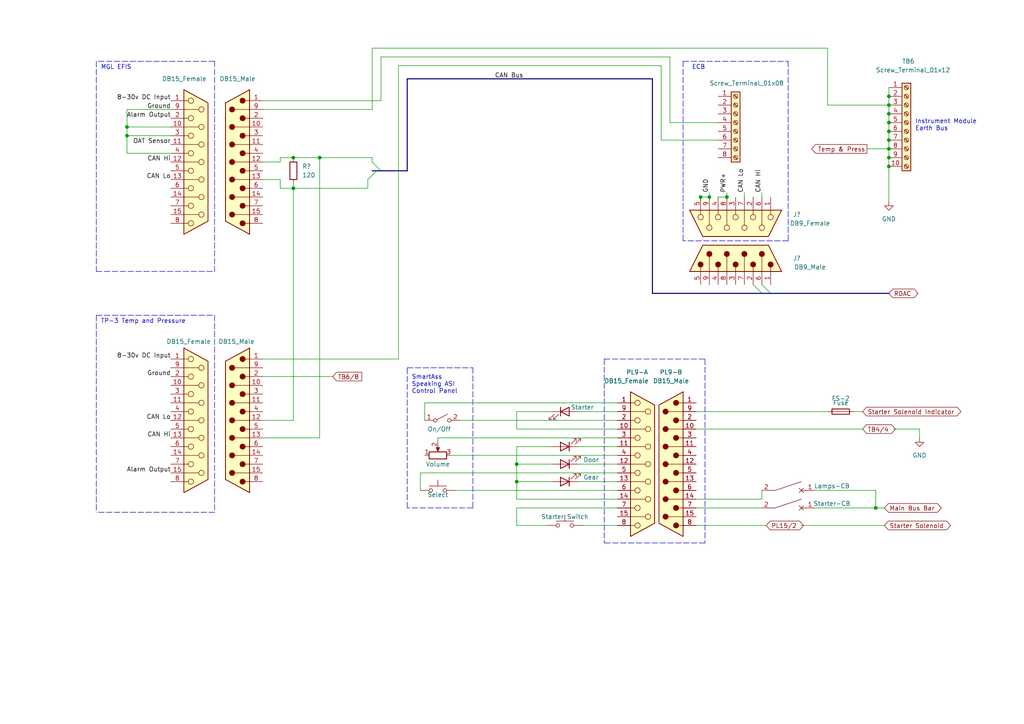
<source format=kicad_sch>
(kicad_sch (version 20211123) (generator eeschema)
  (paper "A4")
  (title_block (title "Main Instrument Panel") (date "2022-12-22") (rev "1"))
  (lib_symbols
    (symbol "Connector:DB15_Female" (pin_names (offset 1.016) hide)
      (property "Reference" "J" (at 0.508 21.59 0))
      (property "Value" "DB15_Female" (at 0 -22.225 0))
      (symbol "DB15_Female_0_1"
        (circle (center -1.778 -17.78) (radius 0.762))
        (circle (center -1.778 -12.7) (radius 0.762))
        (circle (center -1.778 -7.62) (radius 0.762))
        (circle (center -1.778 -2.54) (radius 0.762))
        (circle (center -1.778 2.54) (radius 0.762))
        (circle (center -1.778 7.62) (radius 0.762))
        (circle (center -1.778 12.7) (radius 0.762))
        (circle (center -1.778 17.78) (radius 0.762))
        (polyline (pts (xy -3.81 -17.78) (xy -2.54 -17.78)))
        (polyline (pts (xy -3.81 -15.24) (xy 0.508 -15.24)))
        (polyline (pts (xy -3.81 -12.7) (xy -2.54 -12.7)))
        (polyline (pts (xy -3.81 -10.16) (xy 0.508 -10.16)))
        (polyline (pts (xy -3.81 -7.62) (xy -2.54 -7.62)))
        (polyline (pts (xy -3.81 -5.08) (xy 0.508 -5.08)))
        (polyline (pts (xy -3.81 -2.54) (xy -2.54 -2.54)))
        (polyline (pts (xy -3.81 0) (xy 0.508 0)))
        (polyline (pts (xy -3.81 2.54) (xy -2.54 2.54)))
        (polyline (pts (xy -3.81 5.08) (xy 0.508 5.08)))
        (polyline (pts (xy -3.81 7.62) (xy -2.54 7.62)))
        (polyline (pts (xy -3.81 10.16) (xy 0.508 10.16)))
        (polyline (pts (xy -3.81 12.7) (xy -2.54 12.7)))
        (polyline (pts (xy -3.81 15.24) (xy 0.508 15.24)))
        (polyline (pts (xy -3.81 17.78) (xy -2.54 17.78)))
        (polyline (pts (xy -3.81 20.955) (xy 3.175 17.145) (xy 3.175 -17.145) (xy -3.81 -20.955) (xy -3.81 20.955)) (stroke (width 0.254)) (fill (type background)))
        (circle (center 1.27 -15.24) (radius 0.762))
        (circle (center 1.27 -10.16) (radius 0.762))
        (circle (center 1.27 -5.08) (radius 0.762))
        (circle (center 1.27 0) (radius 0.762))
        (circle (center 1.27 5.08) (radius 0.762))
        (circle (center 1.27 10.16) (radius 0.762))
        (circle (center 1.27 15.24) (radius 0.762))
      )
      (symbol "DB15_Female_1_1"
        (pin passive line (at -7.62 17.78 0) (length 3.81) (name "1") (number "1"))
        (pin passive line (at -7.62 10.16 0) (length 3.81) (name "P10") (number "10"))
        (pin passive line (at -7.62 5.08 0) (length 3.81) (name "P111") (number "11"))
        (pin passive line (at -7.62 0 0) (length 3.81) (name "P12") (number "12"))
        (pin passive line (at -7.62 -5.08 0) (length 3.81) (name "P13") (number "13"))
        (pin passive line (at -7.62 -10.16 0) (length 3.81) (name "P14") (number "14"))
        (pin passive line (at -7.62 -15.24 0) (length 3.81) (name "P15") (number "15"))
        (pin passive line (at -7.62 12.7 0) (length 3.81) (name "2") (number "2"))
        (pin passive line (at -7.62 7.62 0) (length 3.81) (name "3") (number "3"))
        (pin passive line (at -7.62 2.54 0) (length 3.81) (name "4") (number "4"))
        (pin passive line (at -7.62 -2.54 0) (length 3.81) (name "5") (number "5"))
        (pin passive line (at -7.62 -7.62 0) (length 3.81) (name "6") (number "6"))
        (pin passive line (at -7.62 -12.7 0) (length 3.81) (name "7") (number "7"))
        (pin passive line (at -7.62 -17.78 0) (length 3.81) (name "8") (number "8"))
        (pin passive line (at -7.62 15.24 0) (length 3.81) (name "P9") (number "9"))
      )
    )
    (symbol "Connector:DB15_Male" (pin_names (offset 1.016) hide)
      (property "Reference" "J" (at 0.508 21.59 0))
      (property "Value" "DB15_Male" (at 0 -22.225 0))
      (symbol "DB15_Male_0_1"
        (circle (center -1.778 -17.78) (radius 0.762) (fill (type outline)))
        (circle (center -1.778 -12.7) (radius 0.762) (fill (type outline)))
        (circle (center -1.778 -7.62) (radius 0.762) (fill (type outline)))
        (circle (center -1.778 -2.54) (radius 0.762) (fill (type outline)))
        (circle (center -1.778 2.54) (radius 0.762) (fill (type outline)))
        (circle (center -1.778 7.62) (radius 0.762) (fill (type outline)))
        (circle (center -1.778 12.7) (radius 0.762) (fill (type outline)))
        (circle (center -1.778 17.78) (radius 0.762) (fill (type outline)))
        (polyline (pts (xy -3.81 -17.78) (xy -2.54 -17.78)))
        (polyline (pts (xy -3.81 -15.24) (xy 0.508 -15.24)))
        (polyline (pts (xy -3.81 -12.7) (xy -2.54 -12.7)))
        (polyline (pts (xy -3.81 -10.16) (xy 0.508 -10.16)))
        (polyline (pts (xy -3.81 -7.62) (xy -2.54 -7.62)))
        (polyline (pts (xy -3.81 -5.08) (xy 0.508 -5.08)))
        (polyline (pts (xy -3.81 -2.54) (xy -2.54 -2.54)))
        (polyline (pts (xy -3.81 0) (xy 0.508 0)))
        (polyline (pts (xy -3.81 2.54) (xy -2.54 2.54)))
        (polyline (pts (xy -3.81 5.08) (xy 0.508 5.08)))
        (polyline (pts (xy -3.81 7.62) (xy -2.54 7.62)))
        (polyline (pts (xy -3.81 10.16) (xy 0.508 10.16)))
        (polyline (pts (xy -3.81 12.7) (xy -2.54 12.7)))
        (polyline (pts (xy -3.81 15.24) (xy 0.508 15.24)))
        (polyline (pts (xy -3.81 17.78) (xy -2.54 17.78)))
        (polyline (pts (xy -3.81 -20.955) (xy 3.175 -17.145) (xy 3.175 17.145) (xy -3.81 20.955) (xy -3.81 -20.955)) (stroke (width 0.254)) (fill (type background)))
        (circle (center 1.27 -15.24) (radius 0.762) (fill (type outline)))
        (circle (center 1.27 -10.16) (radius 0.762) (fill (type outline)))
        (circle (center 1.27 -5.08) (radius 0.762) (fill (type outline)))
        (circle (center 1.27 0) (radius 0.762) (fill (type outline)))
        (circle (center 1.27 5.08) (radius 0.762) (fill (type outline)))
        (circle (center 1.27 10.16) (radius 0.762) (fill (type outline)))
        (circle (center 1.27 15.24) (radius 0.762) (fill (type outline)))
      )
      (symbol "DB15_Male_1_1"
        (pin passive line (at -7.62 -17.78 0) (length 3.81) (name "1") (number "1"))
        (pin passive line (at -7.62 -10.16 0) (length 3.81) (name "P10") (number "10"))
        (pin passive line (at -7.62 -5.08 0) (length 3.81) (name "P111") (number "11"))
        (pin passive line (at -7.62 0 0) (length 3.81) (name "P12") (number "12"))
        (pin passive line (at -7.62 5.08 0) (length 3.81) (name "P13") (number "13"))
        (pin passive line (at -7.62 10.16 0) (length 3.81) (name "P14") (number "14"))
        (pin passive line (at -7.62 15.24 0) (length 3.81) (name "P15") (number "15"))
        (pin passive line (at -7.62 -12.7 0) (length 3.81) (name "2") (number "2"))
        (pin passive line (at -7.62 -7.62 0) (length 3.81) (name "3") (number "3"))
        (pin passive line (at -7.62 -2.54 0) (length 3.81) (name "4") (number "4"))
        (pin passive line (at -7.62 2.54 0) (length 3.81) (name "5") (number "5"))
        (pin passive line (at -7.62 7.62 0) (length 3.81) (name "6") (number "6"))
        (pin passive line (at -7.62 12.7 0) (length 3.81) (name "7") (number "7"))
        (pin passive line (at -7.62 17.78 0) (length 3.81) (name "8") (number "8"))
        (pin passive line (at -7.62 -15.24 0) (length 3.81) (name "P9") (number "9"))
      )
    )
    (symbol "Connector:DB9_Female" (pin_names (offset 1.016) hide)
      (property "Reference" "J" (at 0 13.97 0))
      (property "Value" "DB9_Female" (at 0 -14.605 0))
      (symbol "DB9_Female_0_1"
        (circle (center -1.778 -10.16) (radius 0.762))
        (circle (center -1.778 -5.08) (radius 0.762))
        (circle (center -1.778 0) (radius 0.762))
        (circle (center -1.778 5.08) (radius 0.762))
        (circle (center -1.778 10.16) (radius 0.762))
        (polyline (pts (xy -3.81 -10.16) (xy -2.54 -10.16)))
        (polyline (pts (xy -3.81 -7.62) (xy 0.508 -7.62)))
        (polyline (pts (xy -3.81 -5.08) (xy -2.54 -5.08)))
        (polyline (pts (xy -3.81 -2.54) (xy 0.508 -2.54)))
        (polyline (pts (xy -3.81 0) (xy -2.54 0)))
        (polyline (pts (xy -3.81 2.54) (xy 0.508 2.54)))
        (polyline (pts (xy -3.81 5.08) (xy -2.54 5.08)))
        (polyline (pts (xy -3.81 7.62) (xy 0.508 7.62)))
        (polyline (pts (xy -3.81 10.16) (xy -2.54 10.16)))
        (polyline (pts (xy -3.81 13.335) (xy -3.81 -13.335) (xy 3.81 -9.525) (xy 3.81 9.525) (xy -3.81 13.335)) (stroke (width 0.254)) (fill (type background)))
        (circle (center 1.27 -7.62) (radius 0.762))
        (circle (center 1.27 -2.54) (radius 0.762))
        (circle (center 1.27 2.54) (radius 0.762))
        (circle (center 1.27 7.62) (radius 0.762))
      )
      (symbol "DB9_Female_1_1"
        (pin passive line (at -7.62 10.16 0) (length 3.81) (name "1") (number "1"))
        (pin passive line (at -7.62 5.08 0) (length 3.81) (name "2") (number "2"))
        (pin passive line (at -7.62 0 0) (length 3.81) (name "3") (number "3"))
        (pin passive line (at -7.62 -5.08 0) (length 3.81) (name "4") (number "4"))
        (pin passive line (at -7.62 -10.16 0) (length 3.81) (name "5") (number "5"))
        (pin passive line (at -7.62 7.62 0) (length 3.81) (name "6") (number "6"))
        (pin passive line (at -7.62 2.54 0) (length 3.81) (name "7") (number "7"))
        (pin passive line (at -7.62 -2.54 0) (length 3.81) (name "8") (number "8"))
        (pin passive line (at -7.62 -7.62 0) (length 3.81) (name "9") (number "9"))
      )
    )
    (symbol "Connector:DB9_Male" (pin_names (offset 1.016) hide)
      (property "Reference" "J" (at 0 13.97 0))
      (property "Value" "DB9_Male" (at 0 -14.605 0))
      (symbol "DB9_Male_0_1"
        (circle (center -1.778 -10.16) (radius 0.762) (fill (type outline)))
        (circle (center -1.778 -5.08) (radius 0.762) (fill (type outline)))
        (circle (center -1.778 0) (radius 0.762) (fill (type outline)))
        (circle (center -1.778 5.08) (radius 0.762) (fill (type outline)))
        (circle (center -1.778 10.16) (radius 0.762) (fill (type outline)))
        (polyline (pts (xy -3.81 -10.16) (xy -2.54 -10.16)))
        (polyline (pts (xy -3.81 -7.62) (xy 0.508 -7.62)))
        (polyline (pts (xy -3.81 -5.08) (xy -2.54 -5.08)))
        (polyline (pts (xy -3.81 -2.54) (xy 0.508 -2.54)))
        (polyline (pts (xy -3.81 0) (xy -2.54 0)))
        (polyline (pts (xy -3.81 2.54) (xy 0.508 2.54)))
        (polyline (pts (xy -3.81 5.08) (xy -2.54 5.08)))
        (polyline (pts (xy -3.81 7.62) (xy 0.508 7.62)))
        (polyline (pts (xy -3.81 10.16) (xy -2.54 10.16)))
        (polyline (pts (xy -3.81 -13.335) (xy -3.81 13.335) (xy 3.81 9.525) (xy 3.81 -9.525) (xy -3.81 -13.335)) (stroke (width 0.254)) (fill (type background)))
        (circle (center 1.27 -7.62) (radius 0.762) (fill (type outline)))
        (circle (center 1.27 -2.54) (radius 0.762) (fill (type outline)))
        (circle (center 1.27 2.54) (radius 0.762) (fill (type outline)))
        (circle (center 1.27 7.62) (radius 0.762) (fill (type outline)))
      )
      (symbol "DB9_Male_1_1"
        (pin passive line (at -7.62 -10.16 0) (length 3.81) (name "1") (number "1"))
        (pin passive line (at -7.62 -5.08 0) (length 3.81) (name "2") (number "2"))
        (pin passive line (at -7.62 0 0) (length 3.81) (name "3") (number "3"))
        (pin passive line (at -7.62 5.08 0) (length 3.81) (name "4") (number "4"))
        (pin passive line (at -7.62 10.16 0) (length 3.81) (name "5") (number "5"))
        (pin passive line (at -7.62 -7.62 0) (length 3.81) (name "6") (number "6"))
        (pin passive line (at -7.62 -2.54 0) (length 3.81) (name "7") (number "7"))
        (pin passive line (at -7.62 2.54 0) (length 3.81) (name "8") (number "8"))
        (pin passive line (at -7.62 7.62 0) (length 3.81) (name "9") (number "9"))
      )
    )
    (symbol "Connector:Screw_Terminal_01x08" (pin_names (offset 1.016) hide)
      (property "Reference" "J" (at 0 10.16 0))
      (property "Value" "Screw_Terminal_01x08" (at 0 -12.7 0))
      (symbol "Screw_Terminal_01x08_1_1"
        (rectangle (start -1.27 8.89) (end 1.27 -11.43) (stroke (width 0.254)) (fill (type background)))
        (circle (center 0 -10.16) (radius 0.635) (stroke (width 0.1524)))
        (circle (center 0 -7.62) (radius 0.635) (stroke (width 0.1524)))
        (circle (center 0 -5.08) (radius 0.635) (stroke (width 0.1524)))
        (circle (center 0 -2.54) (radius 0.635) (stroke (width 0.1524)))
        (polyline (pts (xy -0.5334 -9.8298) (xy 0.3302 -10.668)) (stroke (width 0.1524)))
        (polyline (pts (xy -0.5334 -7.2898) (xy 0.3302 -8.128)) (stroke (width 0.1524)))
        (polyline (pts (xy -0.5334 -4.7498) (xy 0.3302 -5.588)) (stroke (width 0.1524)))
        (polyline (pts (xy -0.5334 -2.2098) (xy 0.3302 -3.048)) (stroke (width 0.1524)))
        (polyline (pts (xy -0.5334 0.3302) (xy 0.3302 -0.508)) (stroke (width 0.1524)))
        (polyline (pts (xy -0.5334 2.8702) (xy 0.3302 2.032)) (stroke (width 0.1524)))
        (polyline (pts (xy -0.5334 5.4102) (xy 0.3302 4.572)) (stroke (width 0.1524)))
        (polyline (pts (xy -0.5334 7.9502) (xy 0.3302 7.112)) (stroke (width 0.1524)))
        (polyline (pts (xy -0.3556 -9.652) (xy 0.508 -10.4902)) (stroke (width 0.1524)))
        (polyline (pts (xy -0.3556 -7.112) (xy 0.508 -7.9502)) (stroke (width 0.1524)))
        (polyline (pts (xy -0.3556 -4.572) (xy 0.508 -5.4102)) (stroke (width 0.1524)))
        (polyline (pts (xy -0.3556 -2.032) (xy 0.508 -2.8702)) (stroke (width 0.1524)))
        (polyline (pts (xy -0.3556 0.508) (xy 0.508 -0.3302)) (stroke (width 0.1524)))
        (polyline (pts (xy -0.3556 3.048) (xy 0.508 2.2098)) (stroke (width 0.1524)))
        (polyline (pts (xy -0.3556 5.588) (xy 0.508 4.7498)) (stroke (width 0.1524)))
        (polyline (pts (xy -0.3556 8.128) (xy 0.508 7.2898)) (stroke (width 0.1524)))
        (circle (center 0 0) (radius 0.635) (stroke (width 0.1524)))
        (circle (center 0 2.54) (radius 0.635) (stroke (width 0.1524)))
        (circle (center 0 5.08) (radius 0.635) (stroke (width 0.1524)))
        (circle (center 0 7.62) (radius 0.635) (stroke (width 0.1524)))
        (pin passive line (at -5.08 7.62 0) (length 3.81) (name "Pin_1") (number "1"))
        (pin passive line (at -5.08 5.08 0) (length 3.81) (name "Pin_2") (number "2"))
        (pin passive line (at -5.08 2.54 0) (length 3.81) (name "Pin_3") (number "3"))
        (pin passive line (at -5.08 0 0) (length 3.81) (name "Pin_4") (number "4"))
        (pin passive line (at -5.08 -2.54 0) (length 3.81) (name "Pin_5") (number "5"))
        (pin passive line (at -5.08 -5.08 0) (length 3.81) (name "Pin_6") (number "6"))
        (pin passive line (at -5.08 -7.62 0) (length 3.81) (name "Pin_7") (number "7"))
        (pin passive line (at -5.08 -10.16 0) (length 3.81) (name "Pin_8") (number "8"))
      )
    )
    (symbol "Connector:Screw_Terminal_01x10" (pin_names (offset 1.016) hide)
      (property "Reference" "J" (at 0 12.7 0))
      (property "Value" "Screw_Terminal_01x10" (at 0 -15.24 0))
      (symbol "Screw_Terminal_01x10_1_1"
        (rectangle (start -1.27 11.43) (end 1.27 -13.97) (stroke (width 0.254)) (fill (type background)))
        (circle (center 0 -12.7) (radius 0.635) (stroke (width 0.1524)))
        (circle (center 0 -10.16) (radius 0.635) (stroke (width 0.1524)))
        (circle (center 0 -7.62) (radius 0.635) (stroke (width 0.1524)))
        (circle (center 0 -5.08) (radius 0.635) (stroke (width 0.1524)))
        (circle (center 0 -2.54) (radius 0.635) (stroke (width 0.1524)))
        (polyline (pts (xy -0.5334 -12.3698) (xy 0.3302 -13.208)) (stroke (width 0.1524)))
        (polyline (pts (xy -0.5334 -9.8298) (xy 0.3302 -10.668)) (stroke (width 0.1524)))
        (polyline (pts (xy -0.5334 -7.2898) (xy 0.3302 -8.128)) (stroke (width 0.1524)))
        (polyline (pts (xy -0.5334 -4.7498) (xy 0.3302 -5.588)) (stroke (width 0.1524)))
        (polyline (pts (xy -0.5334 -2.2098) (xy 0.3302 -3.048)) (stroke (width 0.1524)))
        (polyline (pts (xy -0.5334 0.3302) (xy 0.3302 -0.508)) (stroke (width 0.1524)))
        (polyline (pts (xy -0.5334 2.8702) (xy 0.3302 2.032)) (stroke (width 0.1524)))
        (polyline (pts (xy -0.5334 5.4102) (xy 0.3302 4.572)) (stroke (width 0.1524)))
        (polyline (pts (xy -0.5334 7.9502) (xy 0.3302 7.112)) (stroke (width 0.1524)))
        (polyline (pts (xy -0.5334 10.4902) (xy 0.3302 9.652)) (stroke (width 0.1524)))
        (polyline (pts (xy -0.3556 -12.192) (xy 0.508 -13.0302)) (stroke (width 0.1524)))
        (polyline (pts (xy -0.3556 -9.652) (xy 0.508 -10.4902)) (stroke (width 0.1524)))
        (polyline (pts (xy -0.3556 -7.112) (xy 0.508 -7.9502)) (stroke (width 0.1524)))
        (polyline (pts (xy -0.3556 -4.572) (xy 0.508 -5.4102)) (stroke (width 0.1524)))
        (polyline (pts (xy -0.3556 -2.032) (xy 0.508 -2.8702)) (stroke (width 0.1524)))
        (polyline (pts (xy -0.3556 0.508) (xy 0.508 -0.3302)) (stroke (width 0.1524)))
        (polyline (pts (xy -0.3556 3.048) (xy 0.508 2.2098)) (stroke (width 0.1524)))
        (polyline (pts (xy -0.3556 5.588) (xy 0.508 4.7498)) (stroke (width 0.1524)))
        (polyline (pts (xy -0.3556 8.128) (xy 0.508 7.2898)) (stroke (width 0.1524)))
        (polyline (pts (xy -0.3556 10.668) (xy 0.508 9.8298)) (stroke (width 0.1524)))
        (circle (center 0 0) (radius 0.635) (stroke (width 0.1524)))
        (circle (center 0 2.54) (radius 0.635) (stroke (width 0.1524)))
        (circle (center 0 5.08) (radius 0.635) (stroke (width 0.1524)))
        (circle (center 0 7.62) (radius 0.635) (stroke (width 0.1524)))
        (circle (center 0 10.16) (radius 0.635) (stroke (width 0.1524)))
        (pin passive line (at -5.08 10.16 0) (length 3.81) (name "Pin_1") (number "1"))
        (pin passive line (at -5.08 -12.7 0) (length 3.81) (name "Pin_10") (number "10"))
        (pin passive line (at -5.08 7.62 0) (length 3.81) (name "Pin_2") (number "2"))
        (pin passive line (at -5.08 5.08 0) (length 3.81) (name "Pin_3") (number "3"))
        (pin passive line (at -5.08 2.54 0) (length 3.81) (name "Pin_4") (number "4"))
        (pin passive line (at -5.08 0 0) (length 3.81) (name "Pin_5") (number "5"))
        (pin passive line (at -5.08 -2.54 0) (length 3.81) (name "Pin_6") (number "6"))
        (pin passive line (at -5.08 -5.08 0) (length 3.81) (name "Pin_7") (number "7"))
        (pin passive line (at -5.08 -7.62 0) (length 3.81) (name "Pin_8") (number "8"))
        (pin passive line (at -5.08 -10.16 0) (length 3.81) (name "Pin_9") (number "9"))
      )
    )
    (symbol "Device:CircuitBreaker_1P"
      (property "Reference" "CB" (at 1.905 0 0))
      (property "Value" "CircuitBreaker_1P" (at 1.905 1.905 0))
      (symbol "CircuitBreaker_1P_0_1"
        (polyline (pts (xy 0 -5.08) (xy 0 -3.81)))
        (polyline (pts (xy 0 -3.81) (xy -2.54 3.81)))
      )
      (symbol "CircuitBreaker_1P_1_1"
        (polyline (pts (xy -0.635 4.445) (xy 0.635 3.175)))
        (polyline (pts (xy 0 5.08) (xy 0 3.81)))
        (polyline (pts (xy 0.635 4.445) (xy -0.635 3.175)))
        (pin passive line (at 0 7.62 270) (length 2.54) (name "~") (number "1"))
        (pin passive line (at 0 -7.62 90) (length 2.54) (name "~") (number "2"))
      )
    )
    (symbol "Device:Fuse" (pin_numbers hide) (pin_names (offset 0))
      (property "Reference" "F" (at 2.032 0 90))
      (property "Value" "Fuse" (at -1.905 0 90))
      (symbol "Fuse_0_1"
        (rectangle (start -0.762 -2.54) (end 0.762 2.54) (stroke (width 0.254)))
        (polyline (pts (xy 0 2.54) (xy 0 -2.54)))
      )
      (symbol "Fuse_1_1"
        (pin passive line (at 0 3.81 270) (length 1.27) (name "~") (number "1"))
        (pin passive line (at 0 -3.81 90) (length 1.27) (name "~") (number "2"))
      )
    )
    (symbol "Device:LED" (pin_numbers hide) (pin_names (offset 1.016) hide)
      (property "Reference" "D" (at 0 2.54 0))
      (property "Value" "LED" (at 0 -2.54 0))
      (symbol "LED_0_1"
        (polyline (pts (xy -1.27 -1.27) (xy -1.27 1.27)) (stroke (width 0.254)))
        (polyline (pts (xy -1.27 0) (xy 1.27 0)))
        (polyline (pts (xy 1.27 -1.27) (xy 1.27 1.27) (xy -1.27 0) (xy 1.27 -1.27)) (stroke (width 0.254)))
        (polyline (pts (xy -3.048 -0.762) (xy -4.572 -2.286) (xy -3.81 -2.286) (xy -4.572 -2.286) (xy -4.572 -1.524)))
        (polyline (pts (xy -1.778 -0.762) (xy -3.302 -2.286) (xy -2.54 -2.286) (xy -3.302 -2.286) (xy -3.302 -1.524)))
      )
      (symbol "LED_1_1"
        (pin passive line (at -3.81 0 0) (length 2.54) (name "K") (number "1"))
        (pin passive line (at 3.81 0 180) (length 2.54) (name "A") (number "2"))
      )
    )
    (symbol "Device:R" (pin_numbers hide) (pin_names (offset 0))
      (property "Reference" "R" (at 2.032 0 90))
      (property "Value" "R" (at 0 0 90))
      (symbol "R_0_1"
        (rectangle (start -1.016 -2.54) (end 1.016 2.54) (stroke (width 0.254)))
      )
      (symbol "R_1_1"
        (pin passive line (at 0 3.81 270) (length 1.27) (name "~") (number "1"))
        (pin passive line (at 0 -3.81 90) (length 1.27) (name "~") (number "2"))
      )
    )
    (symbol "Device:R_Potentiometer" (pin_names (offset 1.016) hide)
      (property "Reference" "RV" (at -4.445 0 90))
      (property "Value" "R_Potentiometer" (at -2.54 0 90))
      (symbol "R_Potentiometer_0_1"
        (polyline (pts (xy 2.54 0) (xy 1.524 0)))
        (polyline (pts (xy 1.143 0) (xy 2.286 0.508) (xy 2.286 -0.508) (xy 1.143 0)) (fill (type outline)))
        (rectangle (start 1.016 2.54) (end -1.016 -2.54) (stroke (width 0.254)))
      )
      (symbol "R_Potentiometer_1_1"
        (pin passive line (at 0 3.81 270) (length 1.27) (name "1") (number "1"))
        (pin passive line (at 3.81 0 180) (length 1.27) (name "2") (number "2"))
        (pin passive line (at 0 -3.81 90) (length 1.27) (name "3") (number "3"))
      )
    )
    (symbol "Switch:SW_Push" (pin_numbers hide) (pin_names (offset 1.016) hide)
      (property "Reference" "SW" (at 1.27 2.54 0))
      (property "Value" "SW_Push" (at 0 -1.524 0))
      (symbol "SW_Push_0_1"
        (circle (center -2.032 0) (radius 0.508))
        (polyline (pts (xy 0 1.27) (xy 0 3.048)))
        (polyline (pts (xy 2.54 1.27) (xy -2.54 1.27)))
        (circle (center 2.032 0) (radius 0.508))
        (pin passive line (at -5.08 0 0) (length 2.54) (name "1") (number "1"))
        (pin passive line (at 5.08 0 180) (length 2.54) (name "2") (number "2"))
      )
    )
    (symbol "Switch:SW_SPST" (pin_names (offset 0) hide)
      (property "Reference" "SW" (at 0 3.175 0))
      (property "Value" "SW_SPST" (at 0 -2.54 0))
      (symbol "SW_SPST_0_0"
        (circle (center -2.032 0) (radius 0.508))
        (polyline (pts (xy -1.524 0.254) (xy 1.524 1.778)))
        (circle (center 2.032 0) (radius 0.508))
      )
      (symbol "SW_SPST_1_1"
        (pin passive line (at -5.08 0 0) (length 2.54) (name "A") (number "1"))
        (pin passive line (at 5.08 0 180) (length 2.54) (name "B") (number "2"))
      )
    )
    (symbol "power:GND" (power) (pin_names (offset 0))
      (property "Value" "GND" (at 0 -3.81 0))
      (symbol "GND_0_1"
        (polyline (pts (xy 0 0) (xy 0 -1.27) (xy 1.27 -1.27) (xy 0 -2.54) (xy -1.27 -1.27) (xy 0 -1.27)))
      )
      (symbol "GND_1_1"
        (pin power_in line (at 0 0 270) (length 0) hide (name "GND") (number "1"))
      )
    )
  )
  (junction (at 203.2 57.15))
  (junction (at 85.09 45.72))
  (junction (at 257.81 30.48))
  (junction (at 205.74 57.15))
  (junction (at 257.81 43.18))
  (junction (at 257.81 45.72))
  (junction (at 257.81 27.94))
  (junction (at 85.09 54.61))
  (junction (at 257.81 33.02))
  (junction (at 254 147.32))
  (junction (at 92.71 45.72))
  (junction (at 257.81 35.56))
  (junction (at 149.86 134.62))
  (junction (at 257.81 48.26))
  (junction (at 210.82 57.15))
  (junction (at 149.86 139.7))
  (junction (at 257.81 40.64))
  (junction (at 36.83 36.83))
  (junction (at 36.83 39.37))
  (junction (at 257.81 38.1))
  (bus_entry (at 109.22 49.53) (size -2.54 2.54))
  (bus_entry (at 110.49 49.53) (size -2.54 -2.54))
  (bus_entry (at 220.98 82.55) (size 2.54 2.54))
  (bus_entry (at 218.44 82.55) (size 2.54 2.54))
  (wire (pts (xy 194.31 16.51) (xy 194.31 35.56)))
  (wire (pts (xy 257.81 40.64) (xy 257.81 43.18)))
  (wire (pts (xy 203.2 58.42) (xy 203.2 57.15)))
  (wire (pts (xy 205.74 57.15) (xy 205.74 55.88)))
  (wire (pts (xy 168.91 152.4) (xy 179.07 152.4)))
  (wire (pts (xy 201.93 152.4) (xy 222.25 152.4)))
  (wire (pts (xy 92.71 45.72) (xy 107.95 45.72)))
  (wire (pts (xy 107.95 31.75) (xy 107.95 13.97)))
  (wire (pts (xy 49.53 31.75) (xy 36.83 31.75)))
  (bus (pts (xy 189.23 22.86) (xy 189.23 85.09)))
  (wire (pts (xy 149.86 134.62) (xy 160.02 134.62)))
  (polyline (pts (xy 198.12 17.78) (xy 228.6 17.78)))
  (polyline (pts (xy 228.6 17.78) (xy 228.6 69.85)))
  (polyline (pts (xy 62.23 17.78) (xy 27.94 17.78)))
  (wire (pts (xy 85.09 54.61) (xy 85.09 53.34)))
  (wire (pts (xy 220.98 55.88) (xy 220.98 57.15)))
  (wire (pts (xy 149.86 147.32) (xy 179.07 147.32)))
  (wire (pts (xy 123.19 116.84) (xy 179.07 116.84)))
  (wire (pts (xy 149.86 139.7) (xy 149.86 144.78)))
  (wire (pts (xy 76.2 52.07) (xy 81.28 52.07)))
  (wire (pts (xy 257.81 30.48) (xy 257.81 33.02)))
  (wire (pts (xy 167.64 129.54) (xy 179.07 129.54)))
  (bus (pts (xy 189.23 85.09) (xy 220.98 85.09)))
  (wire (pts (xy 201.93 119.38) (xy 240.03 119.38)))
  (polyline (pts (xy 118.11 147.32) (xy 118.11 106.68)))
  (bus (pts (xy 220.98 85.09) (xy 223.52 85.09)))
  (wire (pts (xy 36.83 36.83) (xy 49.53 36.83)))
  (wire (pts (xy 107.95 13.97) (xy 240.03 13.97)))
  (wire (pts (xy 179.07 137.16) (xy 121.92 137.16)))
  (wire (pts (xy 36.83 36.83) (xy 36.83 39.37)))
  (wire (pts (xy 257.81 35.56) (xy 257.81 38.1)))
  (wire (pts (xy 127 128.27) (xy 127 127)))
  (wire (pts (xy 240.03 30.48) (xy 257.81 30.48)))
  (wire (pts (xy 220.98 144.78) (xy 220.98 142.24)))
  (wire (pts (xy 149.86 129.54) (xy 149.86 134.62)))
  (wire (pts (xy 257.81 27.94) (xy 257.81 30.48)))
  (wire (pts (xy 36.83 44.45) (xy 49.53 44.45)))
  (polyline (pts (xy 175.26 104.14) (xy 175.26 157.48)))
  (wire (pts (xy 115.57 19.05) (xy 115.57 104.14)))
  (wire (pts (xy 110.49 16.51) (xy 110.49 29.21)))
  (polyline (pts (xy 62.23 17.78) (xy 62.23 78.74)))
  (wire (pts (xy 76.2 46.99) (xy 81.28 46.99)))
  (wire (pts (xy 85.09 54.61) (xy 106.68 54.61)))
  (wire (pts (xy 257.81 25.4) (xy 257.81 27.94)))
  (wire (pts (xy 240.03 13.97) (xy 240.03 30.48)))
  (wire (pts (xy 149.86 152.4) (xy 149.86 147.32)))
  (polyline (pts (xy 27.94 91.44) (xy 62.23 91.44)))
  (polyline (pts (xy 204.47 104.14) (xy 204.47 157.48)))
  (wire (pts (xy 149.86 134.62) (xy 149.86 139.7)))
  (wire (pts (xy 257.81 48.26) (xy 257.81 58.42)))
  (polyline (pts (xy 27.94 78.74) (xy 62.23 78.74)))
  (wire (pts (xy 257.81 45.72) (xy 257.81 48.26)))
  (polyline (pts (xy 62.23 148.59) (xy 27.94 148.59)))
  (wire (pts (xy 236.22 142.24) (xy 254 142.24)))
  (wire (pts (xy 85.09 121.92) (xy 76.2 121.92)))
  (wire (pts (xy 215.9 55.88) (xy 215.9 57.15)))
  (wire (pts (xy 81.28 46.99) (xy 81.28 45.72)))
  (wire (pts (xy 149.86 144.78) (xy 179.07 144.78)))
  (bus (pts (xy 107.95 49.53) (xy 109.22 49.53)))
  (wire (pts (xy 81.28 52.07) (xy 81.28 54.61)))
  (wire (pts (xy 130.81 132.08) (xy 179.07 132.08)))
  (polyline (pts (xy 27.94 91.44) (xy 27.94 148.59)))
  (wire (pts (xy 194.31 35.56) (xy 208.28 35.56)))
  (wire (pts (xy 257.81 43.18) (xy 257.81 45.72)))
  (wire (pts (xy 247.65 119.38) (xy 250.19 119.38)))
  (wire (pts (xy 257.81 38.1) (xy 257.81 40.64)))
  (wire (pts (xy 81.28 45.72) (xy 85.09 45.72)))
  (wire (pts (xy 36.83 39.37) (xy 36.83 44.45)))
  (wire (pts (xy 106.68 54.61) (xy 106.68 52.07)))
  (wire (pts (xy 132.08 142.24) (xy 179.07 142.24)))
  (wire (pts (xy 201.93 144.78) (xy 220.98 144.78)))
  (polyline (pts (xy 62.23 91.44) (xy 62.23 148.59)))
  (wire (pts (xy 232.41 152.4) (xy 256.54 152.4)))
  (wire (pts (xy 76.2 31.75) (xy 107.95 31.75)))
  (wire (pts (xy 92.71 45.72) (xy 92.71 127)))
  (wire (pts (xy 149.86 124.46) (xy 179.07 124.46)))
  (wire (pts (xy 208.28 57.15) (xy 210.82 57.15)))
  (polyline (pts (xy 204.47 157.48) (xy 175.26 157.48)))
  (wire (pts (xy 167.64 134.62) (xy 179.07 134.62)))
  (wire (pts (xy 85.09 54.61) (xy 85.09 121.92)))
  (polyline (pts (xy 118.11 106.68) (xy 137.16 106.68)))
  (polyline (pts (xy 228.6 69.85) (xy 198.12 69.85)))
  (wire (pts (xy 254 147.32) (xy 256.54 147.32)))
  (wire (pts (xy 127 127) (xy 179.07 127)))
  (wire (pts (xy 201.93 124.46) (xy 250.19 124.46)))
  (wire (pts (xy 158.75 152.4) (xy 149.86 152.4)))
  (wire (pts (xy 194.31 16.51) (xy 110.49 16.51)))
  (wire (pts (xy 160.02 119.38) (xy 149.86 119.38)))
  (wire (pts (xy 266.7 124.46) (xy 266.7 127)))
  (wire (pts (xy 123.19 121.92) (xy 123.19 116.84)))
  (wire (pts (xy 85.09 45.72) (xy 92.71 45.72)))
  (wire (pts (xy 201.93 147.32) (xy 220.98 147.32)))
  (wire (pts (xy 236.22 147.32) (xy 254 147.32)))
  (polyline (pts (xy 137.16 147.32) (xy 118.11 147.32)))
  (wire (pts (xy 210.82 55.88) (xy 210.82 57.15)))
  (bus (pts (xy 110.49 49.53) (xy 118.11 49.53)))
  (wire (pts (xy 149.86 119.38) (xy 149.86 124.46)))
  (wire (pts (xy 251.46 43.18) (xy 257.81 43.18)))
  (wire (pts (xy 257.81 33.02) (xy 257.81 35.56)))
  (bus (pts (xy 118.11 22.86) (xy 118.11 49.53)))
  (wire (pts (xy 149.86 139.7) (xy 160.02 139.7)))
  (wire (pts (xy 107.95 45.72) (xy 107.95 46.99)))
  (polyline (pts (xy 175.26 104.14) (xy 204.47 104.14)))
  (bus (pts (xy 189.23 22.86) (xy 118.11 22.86)))
  (polyline (pts (xy 27.94 17.78) (xy 27.94 78.74)))
  (wire (pts (xy 133.35 121.92) (xy 179.07 121.92)))
  (wire (pts (xy 191.77 19.05) (xy 191.77 40.64)))
  (polyline (pts (xy 137.16 106.68) (xy 137.16 147.32)))
  (wire (pts (xy 92.71 127) (xy 76.2 127)))
  (wire (pts (xy 259.08 124.46) (xy 266.7 124.46)))
  (wire (pts (xy 49.53 39.37) (xy 36.83 39.37)))
  (wire (pts (xy 254 142.24) (xy 254 147.32)))
  (wire (pts (xy 191.77 19.05) (xy 115.57 19.05)))
  (wire (pts (xy 121.92 137.16) (xy 121.92 142.24)))
  (wire (pts (xy 76.2 109.22) (xy 96.52 109.22)))
  (wire (pts (xy 76.2 29.21) (xy 110.49 29.21)))
  (bus (pts (xy 223.52 85.09) (xy 257.81 85.09)))
  (wire (pts (xy 167.64 119.38) (xy 179.07 119.38)))
  (wire (pts (xy 191.77 40.64) (xy 208.28 40.64)))
  (wire (pts (xy 76.2 104.14) (xy 115.57 104.14)))
  (wire (pts (xy 81.28 54.61) (xy 85.09 54.61)))
  (bus (pts (xy 109.22 49.53) (xy 110.49 49.53)))
  (polyline (pts (xy 198.12 17.78) (xy 198.12 69.85)))
  (wire (pts (xy 160.02 129.54) (xy 149.86 129.54)))
  (wire (pts (xy 167.64 139.7) (xy 179.07 139.7)))
  (wire (pts (xy 203.2 57.15) (xy 205.74 57.15)))
  (wire (pts (xy 36.83 31.75) (xy 36.83 36.83)))
  (text "ECB" (at 200.66 20.32 0) (effects (font (size 1.27 1.27)) (justify left bottom)))
  (text "TP-3 Temp and Pressure" (at 29.21 93.98 0) (effects (font (size 1.27 1.27)) (justify left bottom)))
  (text "Instrument Module\nEarth Bus" (at 265.43 38.1 0) (effects (font (size 1.27 1.27)) (justify left bottom)))
  (text "SmartAss\nSpeaking ASI\nControl Panel" (at 119.38 114.3 0) (effects (font (size 1.27 1.27)) (justify left bottom)))
  (text "MGL EFIS" (at 29.21 20.32 0) (effects (font (size 1.27 1.27)) (justify left bottom)))
  (label "CAN Hi" (at 49.53 46.99 180))
  (label "CAN Lo" (at 215.9 55.88 90))
  (label "CAN Lo" (at 49.53 52.07 180))
  (label "Alarm Output" (at 49.53 34.29 180))
  (label "CAN Lo" (at 49.53 121.92 180))
  (label "CAN Bus" (at 143.51 22.86 0))
  (label "CAN Hi" (at 49.53 127 180))
  (label "GND" (at 205.74 55.88 90))
  (label "Ground" (at 49.53 109.22 180))
  (label "OAT Sensor" (at 49.53 41.91 180))
  (label "CAN Hi" (at 220.98 55.88 90))
  (label "8-30v DC Input" (at 49.53 29.21 180))
  (label "Alarm Output" (at 49.53 137.16 180))
  (label "8-30v DC Input" (at 49.53 104.14 180))
  (label "PWR+" (at 210.82 55.88 90))
  (label "Ground" (at 49.53 31.75 180))
  (global_label "Main Bus Bar" (shape bidirectional) (at 256.54 147.32 0) (property "Intersheet References" "${INTERSHEET_REFS}" (effects hide)))
  (global_label "TB4{slash}4" (shape bidirectional) (at 250.19 124.46 0) (property "Intersheet References" "${INTERSHEET_REFS}" (effects hide)))
  (global_label "Starter Solenoid Indicator" (shape bidirectional) (at 250.19 119.38 0) (property "Intersheet References" "${INTERSHEET_REFS}" (effects hide)))
  (global_label "PL15{slash}2" (shape bidirectional) (at 222.25 152.4 0) (property "Intersheet References" "${INTERSHEET_REFS}" (effects hide)))
  (global_label "TB6{slash}8" (shape input) (at 96.52 109.22 0) (property "Intersheet References" "${INTERSHEET_REFS}" (effects hide)))
  (global_label "Starter Solenoid" (shape bidirectional) (at 256.54 152.4 0) (property "Intersheet References" "${INTERSHEET_REFS}" (effects hide)))
  (global_label "Temp & Press" (shape output) (at 251.46 43.18 180) (property "Intersheet References" "${INTERSHEET_REFS}" (effects hide)))
  (global_label "RDAC" (shape bidirectional) (at 257.81 85.09 0) (property "Intersheet References" "${INTERSHEET_REFS}" (effects hide)))
  (symbol (lib_id "Device:R") (at 85.09 49.53 0) (unit 1)
    (property "Reference" "R?" (at 87.63 48.2599 0) (effects (justify left)))
    (property "Value" "120" (at 87.63 50.7999 0) (effects (justify left)))
  )
  (symbol (lib_id "Switch:SW_Push") (at 127 142.24 0) (unit 1)
    (property "Reference" "SW?" (effects hide))
    (property "Value" "Select" (at 127 143.51 0))
  )
  (symbol (lib_id "Switch:SW_SPST") (at 128.27 121.92 0) (unit 1)
    (property "Reference" "SW?" (effects hide))
    (property "Value" "On/Off" (at 130.81 124.46 0) (effects (justify right)))
  )
  (symbol (lib_id "Connector:DB9_Female") (at 213.36 64.77 270) (unit 1)
    (property "Reference" "J?" (at 231.14 62.23 90))
    (property "Value" "DB9_Female" (at 234.95 64.77 90))
    (property "Datasheet" " ~" (effects hide))
  )
  (symbol (lib_id "Connector:DB15_Male") (at 68.58 46.99 180) (unit 1)
    (property "Reference" "J?" (effects hide))
    (property "Value" "DB15_Male" (at 68.8975 22.86 0))
    (property "Datasheet" " ~" (effects hide))
  )
  (symbol (lib_id "Switch:SW_Push") (at 163.83 152.4 0) (unit 1)
    (property "Reference" "SW?" (effects hide))
    (property "Value" "Starter Switch" (at 163.83 149.86 0))
  )
  (symbol (lib_id "Device:LED") (at 163.83 129.54 180) (unit 1)
    (property "Reference" "WLamp2" (effects hide))
    (property "Value" " " (at 165.4175 124.46 0))
  )
  (symbol (lib_id "Connector:Screw_Terminal_01x10") (at 262.89 35.56 0) (unit 1)
    (property "Reference" "TB6" (at 261.62 17.78 0) (effects (justify left)))
    (property "Value" "Screw_Terminal_01x12" (at 254 20.32 0) (effects (justify left)))
  )
  (symbol (lib_id "power:GND") (at 266.7 127 0) (unit 1)
    (property "Reference" "#PWR?" (effects hide))
    (property "Value" "GND" (at 266.7 132.08 0))
  )
  (symbol (lib_id "Connector:DB15_Female") (at 186.69 134.62 0) (unit 1)
    (property "Reference" "PL9-A" (at 181.61 107.95 0) (effects (justify left)))
    (property "Value" "DB15_Female" (at 175.26 110.49 0) (effects (justify left)))
    (property "Datasheet" " ~" (effects hide))
  )
  (symbol (lib_id "Device:LED") (at 163.83 119.38 0) (unit 1)
    (property "Reference" "WLamp1" (effects hide))
    (property "Value" "Starter" (at 168.91 118.11 0))
  )
  (symbol (lib_id "Connector:Screw_Terminal_01x08") (at 213.36 35.56 0) (unit 1)
    (property "Reference" "J?" (effects hide))
    (property "Value" "Screw_Terminal_01x08" (at 205.74 24.13 0) (effects (justify left)))
  )
  (symbol (lib_id "Device:CircuitBreaker_1P") (at 228.6 142.24 270) (unit 1)
    (property "Reference" "Lamps-CB" (at 241.3 140.97 90))
    (property "Value" "CircuitBreaker_1P" (effects hide))
  )
  (symbol (lib_id "Device:R_Potentiometer") (at 127 132.08 90) (unit 1)
    (property "Reference" "RV?" (effects hide))
    (property "Value" "Volume" (at 127 134.62 90))
  )
  (symbol (lib_id "Connector:DB15_Female") (at 57.15 46.99 0) (unit 1)
    (property "Reference" "J?" (effects hide))
    (property "Value" "DB15_Female" (at 46.99 22.86 0) (effects (justify left)))
    (property "Datasheet" " ~" (effects hide))
  )
  (symbol (lib_id "Device:LED") (at 163.83 139.7 180) (unit 1)
    (property "Reference" "WLamp4" (effects hide))
    (property "Value" "Gear" (at 171.45 138.43 0))
  )
  (symbol (lib_id "Connector:DB15_Male") (at 68.58 121.92 180) (unit 1)
    (property "Reference" "J?" (effects hide))
    (property "Value" "DB15_Male" (at 68.58 99.06 0))
    (property "Datasheet" " ~" (effects hide))
  )
  (symbol (lib_id "power:GND") (at 257.81 58.42 0) (unit 1)
    (property "Reference" "#PWR?" (effects hide))
    (property "Value" "GND" (at 257.81 63.5 0))
  )
  (symbol (lib_id "Connector:DB15_Female") (at 57.15 121.92 0) (unit 1)
    (property "Reference" "J?" (effects hide))
    (property "Value" "DB15_Female" (at 48.26 99.06 0) (effects (justify left)))
    (property "Datasheet" " ~" (effects hide))
  )
  (symbol (lib_id "Connector:DB9_Male") (at 213.36 74.93 90) (unit 1)
    (property "Reference" "J?" (at 231.14 74.93 90))
    (property "Value" "DB9_Male" (at 234.95 77.47 90))
    (property "Datasheet" " ~" (effects hide))
  )
  (symbol (lib_id "Device:Fuse") (at 243.84 119.38 90) (unit 1)
    (property "Reference" "FS-2" (at 243.84 115.57 90))
    (property "Value" "Fuse" (at 243.84 116.84 90))
  )
  (symbol (lib_id "Device:CircuitBreaker_1P") (at 228.6 147.32 270) (unit 1)
    (property "Reference" "Starter-CB" (at 241.3 146.05 90))
    (property "Value" "CircuitBreaker_1P" (effects hide))
  )
  (symbol (lib_id "Connector:DB15_Male") (at 194.31 134.62 180) (unit 1)
    (property "Reference" "PL9-B" (at 194.6275 107.95 0))
    (property "Value" "DB15_Male" (at 194.6275 110.49 0))
    (property "Datasheet" " ~" (effects hide))
  )
  (symbol (lib_id "Device:LED") (at 163.83 134.62 180) (unit 1)
    (property "Reference" "WLamp3" (effects hide))
    (property "Value" "Door" (at 171.45 133.35 0))
  )
)
</source>
